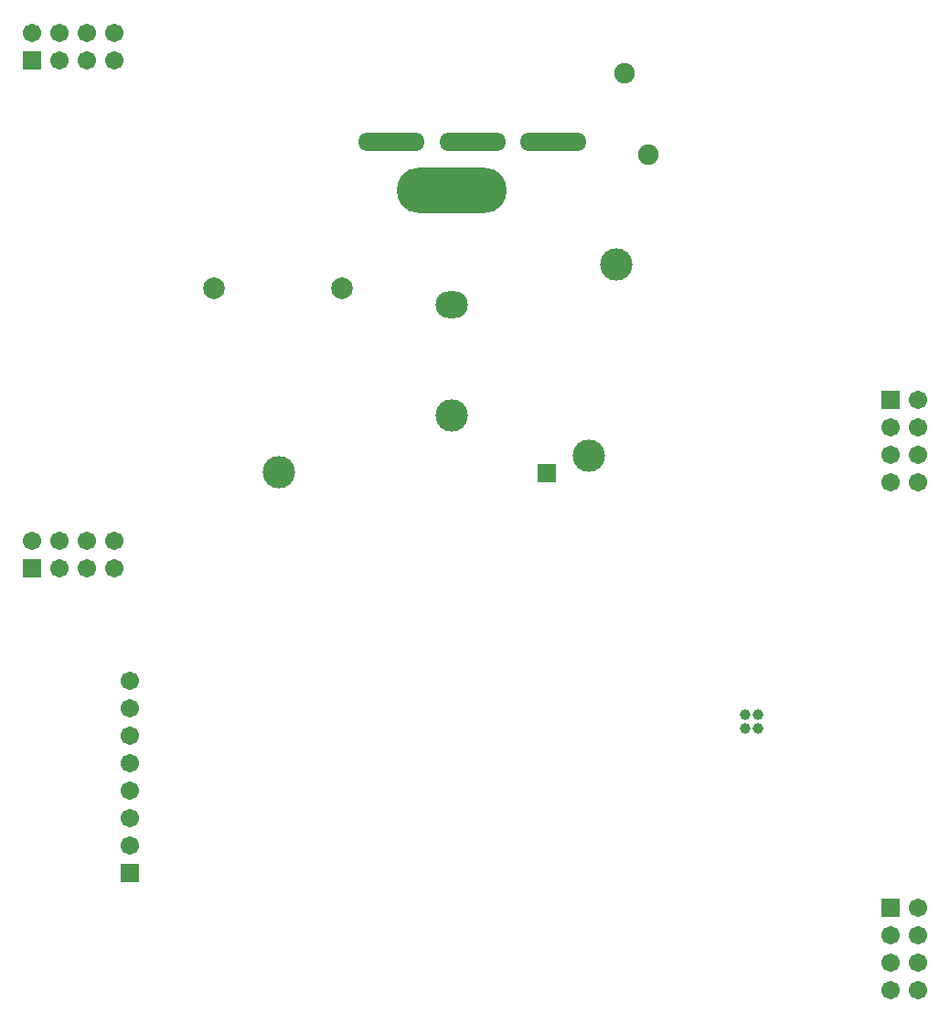
<source format=gbs>
G04 Layer_Color=16711935*
%FSLAX44Y44*%
%MOMM*%
G71*
G01*
G75*
%ADD49C,3.0000*%
%ADD53C,2.0000*%
%ADD54C,3.0000*%
%ADD55O,3.0000X2.5000*%
%ADD57C,1.0000*%
%ADD94O,10.2032X4.2032*%
%ADD95R,1.7032X1.7032*%
%ADD96C,1.9032*%
%ADD97C,1.7032*%
%ADD98R,1.7032X1.7032*%
%ADD99O,6.2032X1.7032*%
D49*
X270606Y36438D02*
D03*
D53*
X210752Y206983D02*
D03*
X329252D02*
D03*
D54*
X583000Y229000D02*
D03*
X557600Y52000D02*
D03*
X431000Y89000D02*
D03*
D55*
X430980Y191000D02*
D03*
D57*
X702340Y-188310D02*
D03*
X714340D02*
D03*
X702340Y-200310D02*
D03*
X714340D02*
D03*
D94*
X430880Y297550D02*
D03*
D95*
X518510Y35930D02*
D03*
X41895Y417294D02*
D03*
X41900Y-52601D02*
D03*
D96*
X590900Y405500D02*
D03*
X612900Y330500D02*
D03*
D97*
X41895Y442693D02*
D03*
X67295Y417294D02*
D03*
Y442693D02*
D03*
X92695Y417294D02*
D03*
Y442693D02*
D03*
X118095Y417294D02*
D03*
Y442693D02*
D03*
X862701Y103099D02*
D03*
X837301Y77699D02*
D03*
X862701D02*
D03*
X837301Y52299D02*
D03*
X862701D02*
D03*
X837301Y26899D02*
D03*
X862701D02*
D03*
X133030Y-156210D02*
D03*
Y-181610D02*
D03*
Y-207010D02*
D03*
Y-232410D02*
D03*
Y-257810D02*
D03*
Y-283210D02*
D03*
Y-308610D02*
D03*
X41900Y-27201D02*
D03*
X67300Y-52601D02*
D03*
Y-27201D02*
D03*
X92700Y-52601D02*
D03*
Y-27201D02*
D03*
X118100Y-52601D02*
D03*
Y-27201D02*
D03*
X862701Y-366799D02*
D03*
X837301Y-392199D02*
D03*
X862701D02*
D03*
X837301Y-417599D02*
D03*
X862701D02*
D03*
X837301Y-442999D02*
D03*
X862701D02*
D03*
D98*
X837301Y103099D02*
D03*
X133030Y-334010D02*
D03*
X837301Y-366799D02*
D03*
D99*
X525000Y342000D02*
D03*
X450000D02*
D03*
X375000D02*
D03*
M02*

</source>
